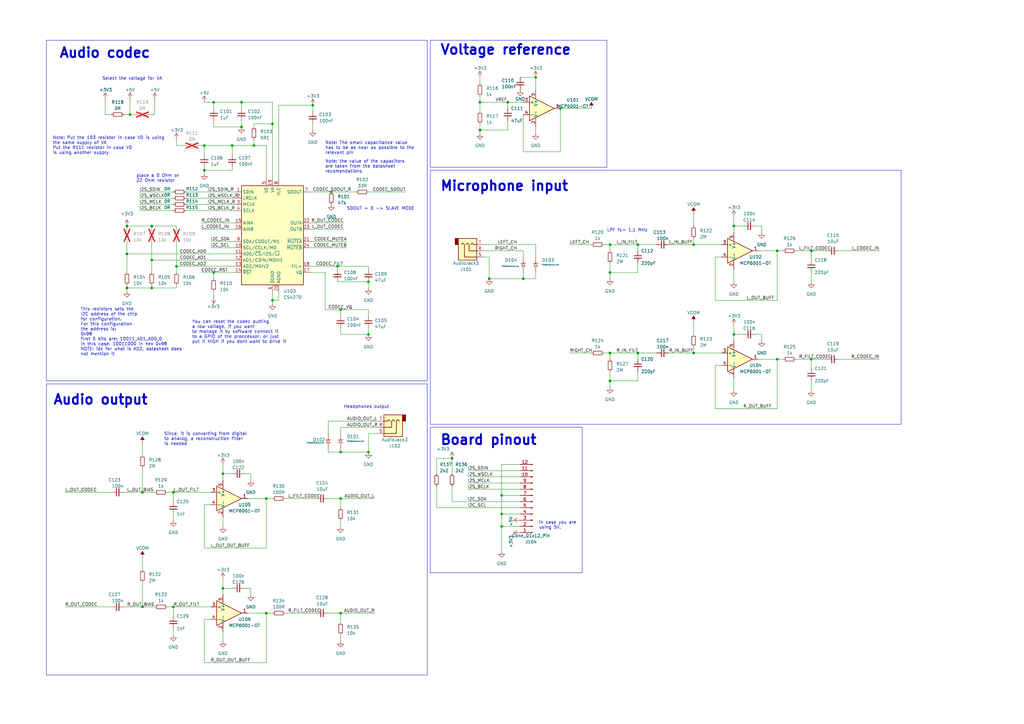
<source format=kicad_sch>
(kicad_sch (version 20230121) (generator eeschema)
  (paper "A3")
  (title_block (title "CS4270 Module") (date "2023-02-13") (rev "V1I1") (company "JDMC"))
  (lib_symbols
    (symbol "Amplifier_Operational:MCP6001-OT" (pin_names (offset 0.127))
      (property "Reference" "U" (at -1.27 6.35 0))
      (property "Value" "MCP6001-OT" (at -1.27 3.81 0))
      (symbol "MCP6001-OT_0_1"
        (pin power_in line (at -2.54 -7.62 90) (length 3.81) (name "V-") (number "2"))
        (pin power_in line (at -2.54 7.62 270) (length 3.81) (name "V+") (number "5"))
      )
      (symbol "MCP6001-OT_1_1"
        (pin output line (at 7.62 0 180) (length 2.54) (name "~") (number "1"))
        (pin input line (at -7.62 2.54 0) (length 2.54) (name "+") (number "3"))
        (pin input line (at -7.62 -2.54 0) (length 2.54) (name "-") (number "4"))
      )
    )
    (symbol "Audio:CS4270"
      (property "Reference" "U" (at -11.43 21.59 0))
      (property "Value" "CS4270" (at 8.89 21.59 0))
      (symbol "CS4270_1_0"
        (pin input line (at -15.24 17.78 0) (length 2.54) (name "SDIN") (number "1"))
        (pin input line (at -15.24 -5.08 0) (length 2.54) (name "SCL/CCLK/M0") (number "10"))
        (pin input line (at -15.24 -7.62 0) (length 2.54) (name "AD0/~{CS}/I2S/~{LJ}") (number "11"))
        (pin input line (at -15.24 -10.16 0) (length 2.54) (name "AD1/CDIN/MDIV1") (number "12"))
        (pin input line (at -15.24 -12.7 0) (length 2.54) (name "AD2/MDIV2") (number "13"))
        (pin input line (at -15.24 -15.24 0) (length 2.54) (name "~{RST}") (number "14"))
        (pin input line (at -15.24 5.08 0) (length 2.54) (name "AINA") (number "15"))
        (pin input line (at -15.24 2.54 0) (length 2.54) (name "AINB") (number "16"))
        (pin passive line (at 15.24 -15.24 180) (length 2.54) (name "VQ") (number "17"))
        (pin passive line (at 15.24 -12.7 180) (length 2.54) (name "FIL+") (number "18"))
        (pin power_in line (at 0 22.86 270) (length 2.54) (name "VA") (number "19"))
        (pin bidirectional line (at -15.24 15.24 0) (length 2.54) (name "LRCLK") (number "2"))
        (pin power_in line (at 2.54 -22.86 90) (length 2.54) (name "AGND") (number "20"))
        (pin input line (at 15.24 -2.54 180) (length 2.54) (name "~{MUTEA}") (number "21"))
        (pin output line (at 15.24 5.08 180) (length 2.54) (name "OUTA") (number "22"))
        (pin output line (at 15.24 2.54 180) (length 2.54) (name "OUTB") (number "23"))
        (pin input line (at 15.24 -5.08 180) (length 2.54) (name "~{MUTEB}") (number "24"))
        (pin input line (at -15.24 12.7 0) (length 2.54) (name "MCLK") (number "3"))
        (pin bidirectional line (at -15.24 10.16 0) (length 2.54) (name "SCLK") (number "4"))
        (pin power_in line (at -2.54 22.86 270) (length 2.54) (name "VD") (number "5"))
        (pin power_in line (at 0 -22.86 90) (length 2.54) (name "DGND") (number "6"))
        (pin output line (at 15.24 17.78 180) (length 2.54) (name "SDOUT") (number "7"))
        (pin power_in line (at 2.54 22.86 270) (length 2.54) (name "VLC") (number "8"))
        (pin bidirectional line (at -15.24 -2.54 0) (length 2.54) (name "SDA/CDOUT/M1") (number "9"))
      )
    )
    (symbol "Connector:Conn_01x12_Pin" (pin_names (offset 1.016) hide)
      (property "Reference" "J" (at 0 15.24 0))
      (property "Value" "Conn_01x12_Pin" (at 0 -17.78 0))
      (symbol "Conn_01x12_Pin_1_1"
        (pin passive line (at 5.08 12.7 180) (length 3.81) (name "Pin_1") (number "1"))
        (pin passive line (at 5.08 -10.16 180) (length 3.81) (name "Pin_10") (number "10"))
        (pin passive line (at 5.08 -12.7 180) (length 3.81) (name "Pin_11") (number "11"))
        (pin passive line (at 5.08 -15.24 180) (length 3.81) (name "Pin_12") (number "12"))
        (pin passive line (at 5.08 10.16 180) (length 3.81) (name "Pin_2") (number "2"))
        (pin passive line (at 5.08 7.62 180) (length 3.81) (name "Pin_3") (number "3"))
        (pin passive line (at 5.08 5.08 180) (length 3.81) (name "Pin_4") (number "4"))
        (pin passive line (at 5.08 2.54 180) (length 3.81) (name "Pin_5") (number "5"))
        (pin passive line (at 5.08 0 180) (length 3.81) (name "Pin_6") (number "6"))
        (pin passive line (at 5.08 -2.54 180) (length 3.81) (name "Pin_7") (number "7"))
        (pin passive line (at 5.08 -5.08 180) (length 3.81) (name "Pin_8") (number "8"))
        (pin passive line (at 5.08 -7.62 180) (length 3.81) (name "Pin_9") (number "9"))
      )
    )
    (symbol "Connector_Audio:AudioJack3"
      (property "Reference" "J" (at 0 8.89 0))
      (property "Value" "AudioJack3" (at 0 6.35 0))
      (symbol "AudioJack3_1_1"
        (pin passive line (at 5.08 0 180) (length 2.54) (name "~") (number "R"))
        (pin passive line (at 5.08 2.54 180) (length 2.54) (name "~") (number "S"))
        (pin passive line (at 5.08 -2.54 180) (length 2.54) (name "~") (number "T"))
      )
    )
    (symbol "Custom_JDMC:PESD3V3U1UA,115"
      (property "Reference" "D" (at 0 3.81 0))
      (property "Value" "PESD3V3U1UA,115" (at 0 2.54 0))
      (symbol "PESD3V3U1UA,115_0_0"
        (pin passive line (at -3.81 0 0) (length 2.54) (name "K") (number "1"))
        (pin passive line (at 2.54 0 180) (length 2.54) (name "A") (number "2"))
      )
    )
    (symbol "Device:C_Small" (pin_numbers hide) (pin_names (offset 0.254) hide)
      (property "Reference" "C" (at 0.254 1.778 0))
      (property "Value" "C_Small" (at 0.254 -2.032 0))
      (symbol "C_Small_1_1"
        (pin passive line (at 0 2.54 270) (length 2.032) (name "~") (number "1"))
        (pin passive line (at 0 -2.54 90) (length 2.032) (name "~") (number "2"))
      )
    )
    (symbol "Device:R_Small" (pin_numbers hide) (pin_names (offset 0.254) hide)
      (property "Reference" "R" (at 0.762 0.508 0))
      (property "Value" "R_Small" (at 0.762 -1.016 0))
      (symbol "R_Small_1_1"
        (pin passive line (at 0 2.54 270) (length 0.762) (name "~") (number "1"))
        (pin passive line (at 0 -2.54 90) (length 0.762) (name "~") (number "2"))
      )
    )
    (symbol "GND_1" (power) (pin_names (offset 0))
      (property "Value" "GND_1" (at 0 -3.81 0))
      (symbol "GND_1_1_1"
        (pin power_in line (at 0 0 270) (length 0) hide (name "GND") (number "1"))
      )
    )
    (symbol "GND_2" (power) (pin_names (offset 0))
      (property "Value" "GND_2" (at 0 -3.81 0))
      (symbol "GND_2_1_1"
        (pin power_in line (at 0 0 270) (length 0) hide (name "GND") (number "1"))
      )
    )
    (symbol "power:+3.3V" (power) (pin_names (offset 0))
      (property "Value" "+3.3V" (at 0 3.556 0))
      (symbol "+3.3V_1_1"
        (pin power_in line (at 0 0 90) (length 0) hide (name "+3V3") (number "1"))
      )
    )
    (symbol "power:+5V" (power) (pin_names (offset 0))
      (property "Value" "+5V" (at 0 3.556 0))
      (symbol "+5V_1_1"
        (pin power_in line (at 0 0 90) (length 0) hide (name "+5V") (number "1"))
      )
    )
    (symbol "power:GND" (power) (pin_names (offset 0))
      (property "Value" "GND" (at 0 -3.81 0))
      (symbol "GND_1_1"
        (pin power_in line (at 0 0 270) (length 0) hide (name "GND") (number "1"))
      )
    )
    (symbol "power:VCOM" (power) (pin_names (offset 0))
      (property "Value" "VCOM" (at 0 3.81 0))
      (symbol "VCOM_1_1"
        (pin power_in line (at 0 0 90) (length 0) hide (name "VCOM") (number "1"))
      )
    )
  )
  (junction (at 300.99 92.71))
  (junction (at 151.13 137.16))
  (junction (at 109.22 251.46))
  (junction (at 99.06 52.07))
  (junction (at 52.07 92.71))
  (junction (at 214.63 114.3))
  (junction (at 58.42 201.93))
  (junction (at 62.23 106.68))
  (junction (at 53.34 46.99))
  (junction (at 58.42 248.92))
  (junction (at 318.77 147.32))
  (junction (at 52.07 104.14))
  (junction (at 71.12 201.93))
  (junction (at 332.74 102.87))
  (junction (at 71.12 248.92))
  (junction (at 87.63 111.76))
  (junction (at 250.19 111.76))
  (junction (at 205.74 203.2))
  (junction (at 135.89 78.74))
  (junction (at 284.48 144.78))
  (junction (at 300.99 137.16))
  (junction (at 95.25 59.69))
  (junction (at 208.28 41.91))
  (junction (at 139.7 127))
  (junction (at 91.44 241.3))
  (junction (at 205.74 215.9))
  (junction (at 128.27 43.18))
  (junction (at 261.62 144.78))
  (junction (at 139.7 204.47))
  (junction (at 332.74 147.32))
  (junction (at 83.82 59.69))
  (junction (at 139.7 185.42))
  (junction (at 72.39 109.22))
  (junction (at 91.44 194.31))
  (junction (at 62.23 118.11))
  (junction (at 111.76 50.8))
  (junction (at 219.71 31.75))
  (junction (at 185.42 187.96))
  (junction (at 250.19 144.78))
  (junction (at 87.63 41.91))
  (junction (at 284.48 100.33))
  (junction (at 318.77 102.87))
  (junction (at 196.85 53.34))
  (junction (at 104.14 59.69))
  (junction (at 83.82 69.85))
  (junction (at 62.23 92.71))
  (junction (at 151.13 115.57))
  (junction (at 250.19 100.33))
  (junction (at 229.87 44.45))
  (junction (at 151.13 185.42))
  (junction (at 52.07 118.11))
  (junction (at 99.06 41.91))
  (junction (at 200.66 114.3))
  (junction (at 196.85 41.91))
  (junction (at 109.22 204.47))
  (junction (at 138.43 109.22))
  (junction (at 205.74 210.82))
  (junction (at 111.76 123.19))
  (junction (at 250.19 156.21))
  (junction (at 261.62 100.33))
  (junction (at 139.7 251.46))
  (wire (pts (xy 52.07 104.14) (xy 52.07 111.76)))
  (wire (pts (xy 53.34 46.99) (xy 55.88 46.99)))
  (wire (pts (xy 62.23 92.71) (xy 62.23 93.98)))
  (wire (pts (xy 134.62 184.15) (xy 134.62 185.42)))
  (wire (pts (xy 332.74 147.32) (xy 332.74 151.13)))
  (wire (pts (xy 83.82 59.69) (xy 83.82 63.5)))
  (wire (pts (xy 179.07 187.96) (xy 185.42 187.96)))
  (wire (pts (xy 62.23 99.06) (xy 62.23 106.68)))
  (wire (pts (xy 87.63 41.91) (xy 99.06 41.91)))
  (wire (pts (xy 58.42 181.61) (xy 58.42 186.69)))
  (wire (pts (xy 326.39 102.87) (xy 332.74 102.87)))
  (wire (pts (xy 208.28 41.91) (xy 214.63 41.91)))
  (wire (pts (xy 87.63 49.53) (xy 87.63 52.07)))
  (wire (pts (xy 295.91 105.41) (xy 293.37 105.41)))
  (wire (pts (xy 213.36 190.5) (xy 205.74 190.5)))
  (wire (pts (xy 71.12 248.92) (xy 71.12 252.73)))
  (wire (pts (xy 250.19 144.78) (xy 250.19 147.32)))
  (wire (pts (xy 109.22 73.66) (xy 109.22 59.69)))
  (wire (pts (xy 87.63 44.45) (xy 87.63 41.91)))
  (polyline (pts (xy 176.53 16.51) (xy 248.92 16.51)))
  (wire (pts (xy 247.65 100.33) (xy 250.19 100.33)))
  (wire (pts (xy 72.39 57.15) (xy 72.39 59.69)))
  (wire (pts (xy 312.42 95.25) (xy 312.42 92.71)))
  (wire (pts (xy 57.15 81.28) (xy 71.12 81.28)))
  (wire (pts (xy 139.7 127) (xy 151.13 127)))
  (wire (pts (xy 205.74 210.82) (xy 205.74 215.9)))
  (polyline (pts (xy 19.05 276.86) (xy 172.72 276.86)))
  (wire (pts (xy 318.77 102.87) (xy 311.15 102.87)))
  (wire (pts (xy 284.48 144.78) (xy 295.91 144.78)))
  (wire (pts (xy 214.63 62.23) (xy 229.87 62.23)))
  (wire (pts (xy 332.74 147.32) (xy 339.09 147.32)))
  (wire (pts (xy 86.36 254) (xy 83.82 254)))
  (wire (pts (xy 274.32 100.33) (xy 284.48 100.33)))
  (wire (pts (xy 135.89 78.74) (xy 146.05 78.74)))
  (polyline (pts (xy 238.76 175.26) (xy 238.76 234.95)))
  (wire (pts (xy 214.63 46.99) (xy 214.63 62.23)))
  (wire (pts (xy 208.28 49.53) (xy 208.28 53.34)))
  (wire (pts (xy 116.84 204.47) (xy 129.54 204.47)))
  (wire (pts (xy 63.5 46.99) (xy 63.5 40.64)))
  (wire (pts (xy 96.52 109.22) (xy 72.39 109.22)))
  (wire (pts (xy 111.76 119.38) (xy 111.76 123.19)))
  (wire (pts (xy 91.44 194.31) (xy 95.25 194.31)))
  (wire (pts (xy 208.28 41.91) (xy 208.28 44.45)))
  (wire (pts (xy 86.36 207.01) (xy 83.82 207.01)))
  (wire (pts (xy 86.36 101.6) (xy 96.52 101.6)))
  (wire (pts (xy 214.63 105.41) (xy 214.63 102.87)))
  (wire (pts (xy 196.85 31.75) (xy 196.85 34.29)))
  (wire (pts (xy 300.99 110.49) (xy 300.99 115.57)))
  (wire (pts (xy 52.07 92.71) (xy 62.23 92.71)))
  (wire (pts (xy 250.19 144.78) (xy 261.62 144.78)))
  (wire (pts (xy 72.39 59.69) (xy 76.2 59.69)))
  (wire (pts (xy 196.85 50.8) (xy 196.85 53.34)))
  (polyline (pts (xy 175.26 276.86) (xy 175.26 157.48)))
  (wire (pts (xy 91.44 259.08) (xy 91.44 262.89)))
  (wire (pts (xy 229.87 44.45) (xy 229.87 62.23)))
  (wire (pts (xy 127 78.74) (xy 135.89 78.74)))
  (wire (pts (xy 139.7 251.46) (xy 153.67 251.46)))
  (wire (pts (xy 312.42 139.7) (xy 312.42 137.16)))
  (wire (pts (xy 300.99 92.71) (xy 300.99 95.25)))
  (wire (pts (xy 109.22 271.78) (xy 109.22 251.46)))
  (wire (pts (xy 318.77 147.32) (xy 311.15 147.32)))
  (wire (pts (xy 332.74 156.21) (xy 332.74 160.02)))
  (wire (pts (xy 99.06 49.53) (xy 99.06 52.07)))
  (wire (pts (xy 191.77 195.58) (xy 213.36 195.58)))
  (wire (pts (xy 134.62 204.47) (xy 139.7 204.47)))
  (wire (pts (xy 151.13 115.57) (xy 151.13 118.11)))
  (wire (pts (xy 134.62 177.8) (xy 134.62 172.72)))
  (wire (pts (xy 191.77 200.66) (xy 213.36 200.66)))
  (wire (pts (xy 104.14 59.69) (xy 95.25 59.69)))
  (wire (pts (xy 219.71 114.3) (xy 214.63 114.3)))
  (wire (pts (xy 58.42 201.93) (xy 63.5 201.93)))
  (wire (pts (xy 318.77 123.19) (xy 318.77 102.87)))
  (wire (pts (xy 196.85 41.91) (xy 196.85 45.72)))
  (wire (pts (xy 52.07 104.14) (xy 96.52 104.14)))
  (wire (pts (xy 50.8 201.93) (xy 58.42 201.93)))
  (wire (pts (xy 43.18 46.99) (xy 45.72 46.99)))
  (wire (pts (xy 247.65 144.78) (xy 250.19 144.78)))
  (wire (pts (xy 62.23 92.71) (xy 72.39 92.71)))
  (wire (pts (xy 82.55 111.76) (xy 87.63 111.76)))
  (wire (pts (xy 214.63 111.76) (xy 214.63 114.3)))
  (wire (pts (xy 127 93.98) (xy 140.97 93.98)))
  (wire (pts (xy 104.14 50.8) (xy 111.76 50.8)))
  (wire (pts (xy 250.19 100.33) (xy 250.19 102.87)))
  (wire (pts (xy 261.62 144.78) (xy 261.62 147.32)))
  (wire (pts (xy 214.63 114.3) (xy 200.66 114.3)))
  (wire (pts (xy 71.12 210.82) (xy 71.12 213.36)))
  (wire (pts (xy 83.82 68.58) (xy 83.82 69.85)))
  (wire (pts (xy 104.14 52.07) (xy 104.14 50.8)))
  (polyline (pts (xy 176.53 175.26) (xy 238.76 175.26)))
  (wire (pts (xy 62.23 106.68) (xy 62.23 111.76)))
  (wire (pts (xy 134.62 172.72) (xy 154.94 172.72)))
  (wire (pts (xy 261.62 107.95) (xy 261.62 111.76)))
  (wire (pts (xy 196.85 41.91) (xy 208.28 41.91)))
  (wire (pts (xy 300.99 88.9) (xy 300.99 92.71)))
  (wire (pts (xy 151.13 78.74) (xy 166.37 78.74)))
  (wire (pts (xy 26.67 248.92) (xy 45.72 248.92)))
  (wire (pts (xy 300.99 137.16) (xy 300.99 139.7)))
  (wire (pts (xy 83.82 254) (xy 83.82 271.78)))
  (wire (pts (xy 127 99.06) (xy 142.24 99.06)))
  (wire (pts (xy 200.66 105.41) (xy 200.66 114.3)))
  (wire (pts (xy 213.36 31.75) (xy 219.71 31.75)))
  (wire (pts (xy 154.94 177.8) (xy 151.13 177.8)))
  (wire (pts (xy 50.8 248.92) (xy 58.42 248.92)))
  (wire (pts (xy 139.7 213.36) (xy 139.7 215.9)))
  (wire (pts (xy 318.77 102.87) (xy 321.31 102.87)))
  (polyline (pts (xy 176.53 175.26) (xy 176.53 234.95)))
  (wire (pts (xy 191.77 198.12) (xy 213.36 198.12)))
  (wire (pts (xy 53.34 46.99) (xy 53.34 40.64)))
  (wire (pts (xy 83.82 69.85) (xy 83.82 71.12)))
  (wire (pts (xy 205.74 190.5) (xy 205.74 203.2)))
  (wire (pts (xy 43.18 40.64) (xy 43.18 46.99)))
  (wire (pts (xy 312.42 92.71) (xy 309.88 92.71)))
  (wire (pts (xy 109.22 224.79) (xy 109.22 204.47)))
  (wire (pts (xy 344.17 102.87) (xy 360.68 102.87)))
  (wire (pts (xy 72.39 92.71) (xy 72.39 93.98)))
  (wire (pts (xy 76.2 86.36) (xy 96.52 86.36)))
  (wire (pts (xy 205.74 203.2) (xy 205.74 210.82)))
  (polyline (pts (xy 19.05 156.21) (xy 175.26 156.21)))
  (wire (pts (xy 293.37 105.41) (xy 293.37 123.19)))
  (wire (pts (xy 26.67 201.93) (xy 45.72 201.93)))
  (wire (pts (xy 208.28 53.34) (xy 196.85 53.34)))
  (wire (pts (xy 332.74 111.76) (xy 332.74 115.57)))
  (wire (pts (xy 91.44 241.3) (xy 91.44 243.84)))
  (wire (pts (xy 83.82 271.78) (xy 109.22 271.78)))
  (wire (pts (xy 185.42 187.96) (xy 185.42 194.31)))
  (wire (pts (xy 52.07 99.06) (xy 52.07 104.14)))
  (wire (pts (xy 127 109.22) (xy 138.43 109.22)))
  (wire (pts (xy 284.48 100.33) (xy 295.91 100.33)))
  (polyline (pts (xy 248.92 16.51) (xy 248.92 68.58)))
  (wire (pts (xy 58.42 191.77) (xy 58.42 201.93)))
  (wire (pts (xy 58.42 248.92) (xy 63.5 248.92)))
  (wire (pts (xy 76.2 78.74) (xy 96.52 78.74)))
  (wire (pts (xy 109.22 59.69) (xy 104.14 59.69)))
  (wire (pts (xy 95.25 59.69) (xy 83.82 59.69)))
  (wire (pts (xy 185.42 205.74) (xy 213.36 205.74)))
  (wire (pts (xy 139.7 204.47) (xy 139.7 208.28)))
  (wire (pts (xy 57.15 78.74) (xy 71.12 78.74)))
  (wire (pts (xy 198.12 105.41) (xy 200.66 105.41)))
  (wire (pts (xy 71.12 201.93) (xy 86.36 201.93)))
  (wire (pts (xy 300.99 92.71) (xy 304.8 92.71)))
  (wire (pts (xy 52.07 118.11) (xy 52.07 119.38)))
  (wire (pts (xy 72.39 118.11) (xy 62.23 118.11)))
  (wire (pts (xy 332.74 102.87) (xy 332.74 106.68)))
  (wire (pts (xy 300.99 133.35) (xy 300.99 137.16)))
  (wire (pts (xy 326.39 147.32) (xy 332.74 147.32)))
  (wire (pts (xy 58.42 228.6) (xy 58.42 233.68)))
  (wire (pts (xy 139.7 137.16) (xy 151.13 137.16)))
  (wire (pts (xy 191.77 193.04) (xy 213.36 193.04)))
  (wire (pts (xy 261.62 111.76) (xy 250.19 111.76)))
  (wire (pts (xy 50.8 46.99) (xy 53.34 46.99)))
  (wire (pts (xy 91.44 194.31) (xy 91.44 196.85)))
  (wire (pts (xy 102.87 196.85) (xy 102.87 194.31)))
  (polyline (pts (xy 176.53 69.85) (xy 369.57 69.85)))
  (wire (pts (xy 229.87 44.45) (xy 242.57 44.45)))
  (wire (pts (xy 219.71 100.33) (xy 219.71 105.41)))
  (wire (pts (xy 114.3 73.66) (xy 114.3 43.18)))
  (wire (pts (xy 111.76 73.66) (xy 111.76 50.8)))
  (wire (pts (xy 104.14 57.15) (xy 104.14 59.69)))
  (wire (pts (xy 127 101.6) (xy 142.24 101.6)))
  (polyline (pts (xy 172.72 276.86) (xy 175.26 276.86)))
  (wire (pts (xy 128.27 43.18) (xy 128.27 45.72)))
  (wire (pts (xy 127 91.44) (xy 140.97 91.44)))
  (wire (pts (xy 58.42 238.76) (xy 58.42 248.92)))
  (polyline (pts (xy 176.53 69.85) (xy 176.53 173.99)))
  (wire (pts (xy 139.7 127) (xy 139.7 129.54)))
  (wire (pts (xy 87.63 111.76) (xy 87.63 114.3)))
  (wire (pts (xy 109.22 204.47) (xy 111.76 204.47)))
  (wire (pts (xy 139.7 177.8) (xy 139.7 175.26)))
  (wire (pts (xy 250.19 100.33) (xy 261.62 100.33)))
  (wire (pts (xy 83.82 41.91) (xy 87.63 41.91)))
  (wire (pts (xy 87.63 119.38) (xy 87.63 121.92)))
  (wire (pts (xy 284.48 97.79) (xy 284.48 100.33)))
  (wire (pts (xy 52.07 118.11) (xy 62.23 118.11)))
  (wire (pts (xy 185.42 205.74) (xy 185.42 199.39)))
  (wire (pts (xy 196.85 39.37) (xy 196.85 41.91)))
  (wire (pts (xy 86.36 99.06) (xy 96.52 99.06)))
  (wire (pts (xy 76.2 81.28) (xy 96.52 81.28)))
  (wire (pts (xy 261.62 156.21) (xy 250.19 156.21)))
  (wire (pts (xy 205.74 215.9) (xy 213.36 215.9)))
  (wire (pts (xy 318.77 147.32) (xy 321.31 147.32)))
  (wire (pts (xy 284.48 87.63) (xy 284.48 92.71)))
  (wire (pts (xy 139.7 185.42) (xy 151.13 185.42)))
  (wire (pts (xy 293.37 123.19) (xy 318.77 123.19)))
  (wire (pts (xy 52.07 92.71) (xy 52.07 93.98)))
  (wire (pts (xy 233.68 144.78) (xy 242.57 144.78)))
  (wire (pts (xy 91.44 237.49) (xy 91.44 241.3)))
  (polyline (pts (xy 19.05 157.48) (xy 19.05 276.86)))
  (wire (pts (xy 139.7 204.47) (xy 153.67 204.47)))
  (wire (pts (xy 87.63 52.07) (xy 99.06 52.07)))
  (polyline (pts (xy 238.76 234.95) (xy 176.53 234.95)))
  (wire (pts (xy 250.19 156.21) (xy 250.19 158.75)))
  (wire (pts (xy 196.85 53.34) (xy 196.85 54.61)))
  (wire (pts (xy 233.68 100.33) (xy 242.57 100.33)))
  (wire (pts (xy 95.25 68.58) (xy 95.25 69.85)))
  (wire (pts (xy 81.28 59.69) (xy 83.82 59.69)))
  (wire (pts (xy 83.82 207.01) (xy 83.82 224.79)))
  (wire (pts (xy 60.96 46.99) (xy 63.5 46.99)))
  (wire (pts (xy 133.35 127) (xy 139.7 127)))
  (wire (pts (xy 293.37 149.86) (xy 293.37 167.64)))
  (polyline (pts (xy 176.53 16.51) (xy 176.53 68.58)))
  (wire (pts (xy 114.3 119.38) (xy 114.3 123.19)))
  (wire (pts (xy 111.76 123.19) (xy 111.76 124.46)))
  (wire (pts (xy 300.99 137.16) (xy 304.8 137.16)))
  (wire (pts (xy 179.07 208.28) (xy 179.07 199.39)))
  (polyline (pts (xy 19.05 156.21) (xy 19.05 16.51)))
  (wire (pts (xy 114.3 123.19) (xy 111.76 123.19)))
  (wire (pts (xy 284.48 142.24) (xy 284.48 144.78)))
  (wire (pts (xy 198.12 100.33) (xy 219.71 100.33)))
  (wire (pts (xy 139.7 251.46) (xy 139.7 255.27)))
  (wire (pts (xy 91.44 241.3) (xy 95.25 241.3)))
  (wire (pts (xy 72.39 116.84) (xy 72.39 118.11)))
  (wire (pts (xy 250.19 111.76) (xy 250.19 114.3)))
  (wire (pts (xy 332.74 102.87) (xy 339.09 102.87)))
  (wire (pts (xy 71.12 257.81) (xy 71.12 260.35)))
  (wire (pts (xy 82.55 91.44) (xy 96.52 91.44)))
  (wire (pts (xy 91.44 190.5) (xy 91.44 194.31)))
  (wire (pts (xy 102.87 194.31) (xy 100.33 194.31)))
  (wire (pts (xy 139.7 134.62) (xy 139.7 137.16)))
  (wire (pts (xy 68.58 201.93) (xy 71.12 201.93)))
  (wire (pts (xy 138.43 109.22) (xy 151.13 109.22)))
  (wire (pts (xy 179.07 208.28) (xy 213.36 208.28)))
  (wire (pts (xy 284.48 132.08) (xy 284.48 137.16)))
  (wire (pts (xy 102.87 243.84) (xy 102.87 241.3)))
  (wire (pts (xy 109.22 251.46) (xy 111.76 251.46)))
  (wire (pts (xy 99.06 41.91) (xy 111.76 41.91)))
  (wire (pts (xy 68.58 248.92) (xy 71.12 248.92)))
  (wire (pts (xy 205.74 215.9) (xy 205.74 226.06)))
  (wire (pts (xy 72.39 109.22) (xy 72.39 111.76)))
  (wire (pts (xy 213.36 203.2) (xy 205.74 203.2)))
  (polyline (pts (xy 19.05 157.48) (xy 175.26 157.48)))
  (wire (pts (xy 99.06 41.91) (xy 99.06 44.45)))
  (polyline (pts (xy 369.57 69.85) (xy 369.57 173.99)))
  (wire (pts (xy 52.07 116.84) (xy 52.07 118.11)))
  (wire (pts (xy 62.23 116.84) (xy 62.23 118.11)))
  (wire (pts (xy 134.62 251.46) (xy 139.7 251.46)))
  (wire (pts (xy 179.07 194.31) (xy 179.07 187.96)))
  (wire (pts (xy 151.13 134.62) (xy 151.13 137.16)))
  (wire (pts (xy 138.43 109.22) (xy 138.43 110.49)))
  (wire (pts (xy 139.7 184.15) (xy 139.7 185.42)))
  (wire (pts (xy 250.19 107.95) (xy 250.19 111.76)))
  (wire (pts (xy 57.15 83.82) (xy 71.12 83.82)))
  (wire (pts (xy 219.71 111.76) (xy 219.71 114.3)))
  (wire (pts (xy 139.7 175.26) (xy 154.94 175.26)))
  (wire (pts (xy 83.82 224.79) (xy 109.22 224.79)))
  (wire (pts (xy 87.63 111.76) (xy 96.52 111.76)))
  (wire (pts (xy 213.36 210.82) (xy 205.74 210.82)))
  (wire (pts (xy 116.84 251.46) (xy 129.54 251.46)))
  (wire (pts (xy 82.55 93.98) (xy 96.52 93.98)))
  (wire (pts (xy 95.25 59.69) (xy 95.25 63.5)))
  (wire (pts (xy 91.44 212.09) (xy 91.44 215.9)))
  (wire (pts (xy 114.3 43.18) (xy 128.27 43.18)))
  (wire (pts (xy 261.62 100.33) (xy 261.62 102.87)))
  (wire (pts (xy 109.22 251.46) (xy 101.6 251.46)))
  (wire (pts (xy 318.77 167.64) (xy 318.77 147.32)))
  (wire (pts (xy 151.13 127) (xy 151.13 129.54)))
  (wire (pts (xy 151.13 177.8) (xy 151.13 185.42)))
  (polyline (pts (xy 248.92 68.58) (xy 176.53 68.58)))
  (wire (pts (xy 62.23 106.68) (xy 96.52 106.68)))
  (wire (pts (xy 261.62 100.33) (xy 269.24 100.33)))
  (wire (pts (xy 57.15 86.36) (xy 71.12 86.36)))
  (wire (pts (xy 344.17 147.32) (xy 360.68 147.32)))
  (wire (pts (xy 295.91 149.86) (xy 293.37 149.86)))
  (wire (pts (xy 219.71 31.75) (xy 219.71 36.83)))
  (wire (pts (xy 261.62 152.4) (xy 261.62 156.21)))
  (wire (pts (xy 76.2 83.82) (xy 96.52 83.82)))
  (wire (pts (xy 128.27 50.8) (xy 128.27 53.34)))
  (wire (pts (xy 312.42 137.16) (xy 309.88 137.16)))
  (wire (pts (xy 198.12 102.87) (xy 214.63 102.87)))
  (polyline (pts (xy 19.05 16.51) (xy 175.26 16.51)))
  (wire (pts (xy 151.13 109.22) (xy 151.13 110.49)))
  (wire (pts (xy 111.76 50.8) (xy 111.76 41.91)))
  (wire (pts (xy 134.62 185.42) (xy 139.7 185.42)))
  (wire (pts (xy 274.32 144.78) (xy 284.48 144.78)))
  (wire (pts (xy 219.71 52.07) (xy 219.71 54.61)))
  (wire (pts (xy 71.12 248.92) (xy 86.36 248.92)))
  (wire (pts (xy 109.22 204.47) (xy 101.6 204.47)))
  (wire (pts (xy 139.7 260.35) (xy 139.7 262.89)))
  (wire (pts (xy 300.99 154.94) (xy 300.99 160.02)))
  (polyline (pts (xy 175.26 16.51) (xy 175.26 156.21)))
  (wire (pts (xy 293.37 167.64) (xy 318.77 167.64)))
  (wire (pts (xy 261.62 144.78) (xy 269.24 144.78)))
  (wire (pts (xy 95.25 69.85) (xy 83.82 69.85)))
  (wire (pts (xy 102.87 241.3) (xy 100.33 241.3)))
  (wire (pts (xy 127 111.76) (xy 133.35 111.76)))
  (polyline (pts (xy 369.57 173.99) (xy 176.53 173.99)))
  (wire (pts (xy 250.19 152.4) (xy 250.19 156.21)))
  (wire (pts (xy 138.43 115.57) (xy 151.13 115.57)))
  (wire (pts (xy 133.35 111.76) (xy 133.35 127)))
  (wire (pts (xy 71.12 201.93) (xy 71.12 205.74)))
  (wire (pts (xy 72.39 99.06) (xy 72.39 109.22)))
  (text "Audio output" (at 21.59 166.37 0) (effects (font (size 4 4) (thickness 0.8) bold) (justify left bottom)))
  (text "SDOUT = 0 -> SLAVE MODE" (at 142.24 86.36 0) (effects (font (size 1.27 1.27)) (justify left bottom)))
  (text "You can reset the codec putting\na low voltage, if you want\nto manage it by software connect it\nto a GPIO of the proccessor, or just\nput it HIGH if you dont want to drive it" (at 78.74 140.97 0) (effects (font (size 1.27 1.27)) (justify left bottom)))
  (text "LPF fc= 1.1 MHz" (at 248.92 95.25 0) (effects (font (size 1.27 1.27)) (justify left bottom)))
  (text "Headphones output" (at 140.97 167.64 0) (effects (font (size 1.27 1.27)) (justify left bottom)))
  (text "Since, it is converting from digital\nto analog, a reconstruction filter\nis needed" (at 67.31 182.88 0) (effects (font (size 1.27 1.27)) (justify left bottom)))
  (text "Note: The small capacitance value\nhas to be as near as possible to the\nrelevant pin" (at 133.35 63.5 0) (effects (font (size 1.27 1.27)) (justify left bottom)))
  (text "Voltage reference" (at 180.34 22.86 0) (effects (font (size 4 4) (thickness 0.8) bold) (justify left bottom)))
  (text "place a 0 Ohm or\n22 Ohm resistor" (at 55.88 74.93 0) (effects (font (size 1.27 1.27)) (justify left bottom)))
  (text "in case you are\nusing 5V." (at 220.98 217.17 0) (effects (font (size 1.27 1.27)) (justify left bottom)))
  (text "Select the voltage for VA" (at 41.91 33.02 0) (effects (font (size 1.27 1.27)) (justify left bottom)))
  (text "Note: the value of the capacitors \nare taken from the datasheet\nrecomendations" (at 133.35 71.12 0) (effects (font (size 1.27 1.27)) (justify left bottom)))
  (text "Board pinout" (at 180.34 182.88 0) (effects (font (size 4 4) (thickness 0.8) bold) (justify left bottom)))
  (text "Audio codec" (at 24.13 24.13 0) (effects (font (size 4 4) (thickness 0.8) bold) (justify left bottom)))
  (text "Microphone input" (at 180.34 78.74 0) (effects (font (size 4 4) (thickness 0.8) bold) (justify left bottom)))
  (text "Note: Put the 103 resistor in case VD is using\nthe same supply of VA\nPut the R111 resistor in case VD\nis using another supply" (at 21.59 63.5 0) (effects (font (size 1.27 1.27)) (justify left bottom)))
  (text "This resistors sets the\nI2C address of the chip\nfor configuration. \nFor this configuration\nthe address is: \n0x98\nfirst 5 bits are: 10011_AD1_AD0_0\nin this case: 10011000 in hex 0x98\nNOTE: idk for what is AD2, datasheet does\nnot mention it" (at 33.02 146.05 0) (effects (font (size 1.27 1.27)) (justify left bottom)))
  (label "R_OUT_BIAS" (at 52.07 248.92 0))
  (label "CODEC_SDOUT_R" (at 128.27 78.74 0))
  (label "I2S_SDIN_R" (at 85.09 78.74 0))
  (label "L_OUT_CODEC" (at 26.67 201.93 0))
  (label "I2C_SCL" (at 86.36 101.6 0))
  (label "I2S_WSCLK" (at 57.15 81.28 0))
  (label "R_CODEC_IN" (at 82.55 91.44 0))
  (label "I2S_SDIN" (at 191.77 193.04 0))
  (label "AUDIO_OUT_L" (at 153.67 204.47 180))
  (label "LEFT_CH" (at 212.09 100.33 180))
  (label "CODEC_AD1" (at 73.66 106.68 0))
  (label "RIGHT_CH" (at 233.68 144.78 0))
  (label "R_OUT_CODEC" (at 26.67 248.92 0))
  (label "R_OUT_BUFF" (at 304.8 167.64 0))
  (label "I2S_WSCLK" (at 191.77 195.58 0))
  (label "R_OUT_CODEC" (at 140.97 91.44 180))
  (label "I2S_MCLK" (at 191.77 198.12 0))
  (label "I2S_SDIN" (at 57.15 78.74 0))
  (label "CODEC_VQ" (at 134.62 127 0))
  (label "L_IN_FILT" (at 252.73 100.33 0))
  (label "CODEC_AD2" (at 73.66 109.22 0))
  (label "CODEC_RST" (at 82.55 111.76 0))
  (label "CODEC_MUTEA" (at 142.24 99.06 180))
  (label "CODEC_MUTEB" (at 142.24 101.6 180))
  (label "L_OUT_CODEC" (at 140.97 93.98 180))
  (label "R_FILT_CODEC" (at 118.11 251.46 0))
  (label "RIGHT_CH" (at 212.09 102.87 180))
  (label "L_OUT_OUT_BUFF" (at 86.36 224.79 0))
  (label "CODEC_FILT" (at 129.54 109.22 0))
  (label "CODEC_AD0" (at 73.66 104.14 0))
  (label "R_CODEC_IN" (at 360.68 147.32 180))
  (label "AUDIO_OUT_R" (at 153.67 251.46 180))
  (label "I2C_SDA" (at 86.36 99.06 0))
  (label "I2S_BCLK" (at 191.77 200.66 0))
  (label "L_OUT_BIAS" (at 52.07 201.93 0))
  (label "CODEC_SDOUT" (at 166.37 78.74 180))
  (label "I2S_MCLK_R" (at 85.09 83.82 0))
  (label "L_OUT_FILT" (at 71.12 201.93 0))
  (label "AUDIO_OUT_R" (at 142.24 175.26 0))
  (label "I2C_SDA" (at 191.77 205.74 0))
  (label "R_OUT_FILT" (at 71.12 248.92 0))
  (label "I2S_MCLK" (at 57.15 83.82 0))
  (label "I2S_WSCLK_R" (at 85.09 81.28 0))
  (label "AUDIO_OUT_L" (at 142.24 172.72 0))
  (label "LEFT_CH" (at 233.68 100.33 0))
  (label "L_CODEC_IN" (at 360.68 102.87 180))
  (label "I2C_SCL" (at 191.77 208.28 0))
  (label "L_IN_BUFF" (at 274.32 100.33 0))
  (label "L_FILT_CODEC" (at 118.11 204.47 0))
  (label "L_FILT_CODEC" (at 327.66 102.87 0))
  (label "R_OUT_OUT_BUFF" (at 86.36 271.78 0))
  (label "I2S_BCLK_R" (at 85.09 86.36 0))
  (label "I2S_BCLK" (at 57.15 86.36 0))
  (label "VREF" (at 203.2 41.91 0))
  (label "R_IN_FILT" (at 252.73 144.78 0))
  (label "L_CODEC_IN" (at 82.55 93.98 0))
  (label "R_IN_BUFF" (at 274.32 144.78 0))
  (label "R_FILT_CODEC" (at 327.66 147.32 0))
  (label "L_OUT_BUFF" (at 306.07 123.19 0))
  (symbol (lib_id "Device:R_Small") (at 104.14 54.61 0) (unit 1)
    (property "Reference" "R103" (at 106.68 53.975 0) (effects (justify left)))
    (property "Value" "5R1" (at 106.68 56.515 0) (effects (justify left)))
  )
  (symbol (lib_id "Device:C_Small") (at 261.62 149.86 0) (unit 1)
    (property "Reference" "C120" (at 262.89 147.32 0) (effects (justify left)))
    (property "Value" "220pF" (at 262.89 152.4 0) (effects (justify left)))
  )
  (symbol (lib_id "power:GND") (at 102.87 196.85 0) (unit 1)
    (property "Reference" "#PWR0138" (effects hide))
    (property "Value" "GND" (at 102.87 201.93 0))
  )
  (symbol (lib_id "power:GND") (at 213.36 36.83 0) (unit 1)
    (property "Reference" "#PWR0119" (effects hide))
    (property "Value" "GND" (at 213.36 40.64 0))
  )
  (symbol (lib_id "power:GND") (at 151.13 137.16 0) (unit 1)
    (property "Reference" "#PWR0107" (effects hide))
    (property "Value" "GND" (at 151.13 142.24 0))
  )
  (symbol (lib_id "Device:C_Small") (at 332.74 153.67 0) (unit 1)
    (property "Reference" "C121" (at 334.01 151.13 0) (effects (justify left)))
    (property "Value" "220pF" (at 334.01 156.21 0) (effects (justify left)))
  )
  (symbol (lib_id "Device:C_Small") (at 138.43 113.03 0) (unit 1)
    (property "Reference" "C108" (at 140.97 111.7662 0) (effects (justify left)))
    (property "Value" "100nF" (at 140.97 114.3062 0) (effects (justify left)))
  )
  (symbol (lib_id "Device:C_Small") (at 48.26 248.92 90) (unit 1)
    (property "Reference" "C127" (at 49.53 243.84 90) (effects (justify left)))
    (property "Value" "100n" (at 50.8 246.38 90) (effects (justify left)))
  )
  (symbol (lib_id "Device:R_Small") (at 135.89 81.28 180) (unit 1)
    (property "Reference" "R101" (at 138.43 80.645 0) (effects (justify right)))
    (property "Value" "47k" (at 138.43 83.185 0) (effects (justify right)))
  )
  (symbol (lib_id "Device:C_Small") (at 213.36 34.29 0) (unit 1)
    (property "Reference" "C110" (at 205.74 33.02 0) (effects (justify left)))
    (property "Value" "100nF" (at 205.74 35.56 0) (effects (justify left)))
  )
  (symbol (lib_id "Device:C_Small") (at 95.25 66.04 0) (unit 1)
    (property "Reference" "C107" (at 97.79 64.7762 0) (effects (justify left)))
    (property "Value" "100nF" (at 97.79 67.3162 0) (effects (justify left)))
  )
  (symbol (lib_id "Device:R_Small") (at 62.23 114.3 0) (unit 1)
    (property "Reference" "R105" (at 64.77 113.665 0) (effects (justify left)))
    (property "Value" "10k" (at 64.77 116.205 0) (effects (justify left)))
  )
  (symbol (lib_id "Device:C_Small") (at 87.63 46.99 0) (unit 1)
    (property "Reference" "C101" (at 90.17 45.7262 0) (effects (justify left)))
    (property "Value" "1uF" (at 90.17 48.2662 0) (effects (justify left)))
  )
  (symbol (lib_id "power:GND") (at 250.19 114.3 0) (unit 1)
    (property "Reference" "#PWR0128" (effects hide))
    (property "Value" "GND" (at 250.19 119.38 0))
  )
  (symbol (lib_id "power:GND") (at 250.19 158.75 0) (unit 1)
    (property "Reference" "#PWR0132" (effects hide))
    (property "Value" "GND" (at 250.19 163.83 0))
  )
  (symbol (lib_id "power:GND") (at 300.99 160.02 0) (unit 1)
    (property "Reference" "#PWR0133" (effects hide))
    (property "Value" "GND" (at 300.99 165.1 0))
  )
  (symbol (lib_id "Amplifier_Operational:MCP6001-OT") (at 303.53 147.32 0) (unit 1)
    (property "Reference" "U104" (at 309.88 149.86 0))
    (property "Value" "MCP6001-OT" (at 309.88 152.4 0))
    (property "Footprint" "Package_TO_SOT_SMD:SOT-23-5" (effects hide))
    (property "Datasheet" "http://ww1.microchip.com/downloads/en/DeviceDoc/21733j.pdf" (effects hide))
  )
  (symbol (lib_id "Device:C_Small") (at 132.08 251.46 90) (unit 1)
    (property "Reference" "C128" (at 134.62 245.11 90) (effects (justify left)))
    (property "Value" "10uF" (at 134.62 247.65 90) (effects (justify left)))
  )
  (symbol (lib_name "GND_1") (lib_id "power:GND") (at 151.13 185.42 0) (unit 1)
    (property "Reference" "#PWR0148" (effects hide))
    (property "Value" "GND" (at 151.13 190.5 0))
  )
  (symbol (lib_id "Device:C_Small") (at 151.13 113.03 0) (unit 1)
    (property "Reference" "C109" (at 153.67 112.4013 0) (effects (justify left)))
    (property "Value" "47uF" (at 153.67 114.9413 0) (effects (justify left)))
  )
  (symbol (lib_name "GND_2") (lib_id "power:GND") (at 205.74 226.06 0) (unit 1)
    (property "Reference" "#PWR0149" (effects hide))
    (property "Value" "GND" (at 205.74 231.14 0))
  )
  (symbol (lib_id "power:GND") (at 312.42 139.7 0) (unit 1)
    (property "Reference" "#PWR0131" (effects hide))
    (property "Value" "GND" (at 312.42 144.78 0))
  )
  (symbol (lib_id "Device:C_Small") (at 132.08 204.47 90) (unit 1)
    (property "Reference" "C124" (at 134.62 198.12 90) (effects (justify left)))
    (property "Value" "10uF" (at 134.62 200.66 90) (effects (justify left)))
  )
  (symbol (lib_id "Custom_JDMC:PESD3V3U1UA,115") (at 214.63 109.22 270) (unit 1)
    (property "Reference" "D104" (at 207.01 106.68 90) (effects (justify left)))
    (property "Value" "PESD3V3U1UA,115" (at 205.74 109.22 90) (effects (font (size 0.5 0.5)) (justify left)))
  )
  (symbol (lib_id "power:GND") (at 332.74 115.57 0) (unit 1)
    (property "Reference" "#PWR0134" (effects hide))
    (property "Value" "GND" (at 332.74 120.65 0))
  )
  (symbol (lib_id "Device:R_Small") (at 139.7 210.82 0) (unit 1)
    (property "Reference" "R131" (at 142.24 210.185 0) (effects (justify left)))
    (property "Value" "10k" (at 142.24 212.725 0) (effects (justify left)))
  )
  (symbol (lib_id "Device:R_Small") (at 196.85 36.83 0) (unit 1)
    (property "Reference" "R116" (at 199.39 36.195 0) (effects (justify left)))
    (property "Value" "1k" (at 199.39 38.735 0) (effects (justify left)))
  )
  (symbol (lib_id "Device:R_Small") (at 284.48 139.7 0) (unit 1)
    (property "Reference" "R123" (at 287.02 139.065 0) (effects (justify left)))
    (property "Value" "2M" (at 287.02 141.605 0) (effects (justify left)))
  )
  (symbol (lib_id "Audio:CS4270") (at 111.76 96.52 0) (unit 1)
    (property "Reference" "U103" (at 116.2559 119.38 0) (effects (justify left)))
    (property "Value" "CS4270" (at 116.2559 121.92 0) (effects (justify left)))
    (property "Footprint" "Package_SO:TSSOP-24_4.4x7.8mm_P0.65mm" (effects hide))
    (property "Datasheet" "https://statics.cirrus.com/pubs/proDatasheet/CS4270_F1.pdf" (effects hide))
  )
  (symbol (lib_id "power:GND") (at 219.71 54.61 0) (unit 1)
    (property "Reference" "#PWR0117" (effects hide))
    (property "Value" "GND" (at 219.71 59.69 0))
  )
  (symbol (lib_id "Device:C_Small") (at 71.12 208.28 0) (unit 1)
    (property "Reference" "C125" (at 72.39 205.74 0) (effects (justify left)))
    (property "Value" "1nF" (at 72.39 210.82 0) (effects (justify left)))
  )
  (symbol (lib_id "Device:C_Small") (at 151.13 132.08 0) (unit 1)
    (property "Reference" "C105" (at 153.67 131.4513 0) (effects (justify left)))
    (property "Value" "47uF" (at 153.67 133.9913 0) (effects (justify left)))
  )
  (symbol (lib_id "Amplifier_Operational:MCP6001-OT") (at 93.98 204.47 0) (unit 1)
    (property "Reference" "U105" (at 100.33 207.01 0))
    (property "Value" "MCP6001-OT" (at 100.33 209.55 0))
    (property "Footprint" "Package_TO_SOT_SMD:SOT-23-5" (effects hide))
    (property "Datasheet" "http://ww1.microchip.com/downloads/en/DeviceDoc/21733j.pdf" (effects hide))
  )
  (symbol (lib_id "power:+3.3V") (at 91.44 190.5 0) (unit 1)
    (property "Reference" "#PWR0137" (effects hide))
    (property "Value" "+3.3V" (at 88.9 186.69 0) (effects (justify left)))
  )
  (symbol (lib_id "power:+5V") (at 213.36 213.36 90) (unit 1)
    (property "Reference" "#PWR0151" (effects hide))
    (property "Value" "+5V" (at 209.55 215.9 0) (effects (justify left)))
  )
  (symbol (lib_id "power:GND") (at 91.44 215.9 0) (unit 1)
    (property "Reference" "#PWR0140" (effects hide))
    (property "Value" "GND" (at 91.44 220.98 0))
  )
  (symbol (lib_id "Device:R_Small") (at 58.42 236.22 0) (unit 1)
    (property "Reference" "R132" (at 60.96 235.585 0) (effects (justify left)))
    (property "Value" "2M" (at 60.96 238.125 0) (effects (justify left)))
  )
  (symbol (lib_id "Device:R_Small") (at 73.66 78.74 90) (unit 1)
    (property "Reference" "R112" (at 78.74 77.47 90))
    (property "Value" "0R" (at 68.58 77.47 90))
  )
  (symbol (lib_id "power:+3.3V") (at 300.99 133.35 0) (unit 1)
    (property "Reference" "#PWR0130" (effects hide))
    (property "Value" "+3.3V" (at 298.45 129.54 0) (effects (justify left)))
  )
  (symbol (lib_id "Device:C_Small") (at 48.26 201.93 90) (unit 1)
    (property "Reference" "C123" (at 49.53 196.85 90) (effects (justify left)))
    (property "Value" "100n" (at 50.8 199.39 90) (effects (justify left)))
  )
  (symbol (lib_id "power:GND") (at 102.87 243.84 0) (unit 1)
    (property "Reference" "#PWR0143" (effects hide))
    (property "Value" "GND" (at 102.87 248.92 0))
  )
  (symbol (lib_id "Device:R_Small") (at 323.85 147.32 270) (unit 1)
    (property "Reference" "R125" (at 323.85 142.24 90))
    (property "Value" "1k" (at 323.85 144.78 90))
  )
  (symbol (lib_id "power:+5V") (at 63.5 40.64 0) (unit 1)
    (property "Reference" "#PWR0121" (effects hide))
    (property "Value" "+5V" (at 63.5 36.83 0))
  )
  (symbol (lib_id "power:+5V") (at 83.82 41.91 0) (unit 1)
    (property "Reference" "#PWR0101" (effects hide))
    (property "Value" "VSEL" (at 83.82 38.1 0))
  )
  (symbol (lib_id "Device:R_Small") (at 66.04 248.92 270) (unit 1)
    (property "Reference" "R133" (at 66.04 243.84 90))
    (property "Value" "1k" (at 66.04 246.38 90))
  )
  (symbol (lib_id "Device:R_Small") (at 250.19 105.41 0) (unit 1)
    (property "Reference" "R121" (at 252.73 104.775 0) (effects (justify left)))
    (property "Value" "2M" (at 252.73 107.315 0) (effects (justify left)))
  )
  (symbol (lib_id "power:GND") (at 111.76 124.46 0) (unit 1)
    (property "Reference" "#PWR0112" (effects hide))
    (property "Value" "GND" (at 111.76 129.54 0))
  )
  (symbol (lib_id "Device:C_Small") (at 99.06 46.99 0) (unit 1)
    (property "Reference" "C102" (at 101.6 45.7262 0) (effects (justify left)))
    (property "Value" "100nF" (at 101.6 48.2662 0) (effects (justify left)))
  )
  (symbol (lib_id "Device:R_Small") (at 114.3 251.46 270) (unit 1)
    (property "Reference" "R134" (at 114.3 246.38 90))
    (property "Value" "100R" (at 114.3 248.92 90))
  )
  (symbol (lib_id "Device:R_Small") (at 73.66 83.82 90) (unit 1)
    (property "Reference" "R114" (at 78.74 82.55 90))
    (property "Value" "0R" (at 68.58 82.55 90))
  )
  (symbol (lib_id "power:GND") (at 83.82 71.12 0) (unit 1)
    (property "Reference" "#PWR0110" (effects hide))
    (property "Value" "GND" (at 83.82 76.2 0))
  )
  (symbol (lib_id "power:VCOM") (at 284.48 87.63 0) (unit 1)
    (property "Reference" "#PWR0123" (effects hide))
    (property "Value" "VCOM" (at 284.48 83.82 0))
  )
  (symbol (lib_id "Device:R_Small") (at 52.07 96.52 0) (unit 1) (dnp yes)
    (property "Reference" "R107" (at 54.61 95.885 0) (effects (justify left)))
    (property "Value" "10k" (at 54.61 98.425 0) (effects (justify left)))
  )
  (symbol (lib_id "Amplifier_Operational:MCP6001-OT") (at 222.25 44.45 0) (unit 1)
    (property "Reference" "U101" (at 234.95 41.0211 0))
    (property "Value" "MCP6001-OT" (at 234.95 43.5611 0))
    (property "Footprint" "Package_TO_SOT_SMD:SOT-23-5" (effects hide))
    (property "Datasheet" "http://ww1.microchip.com/downloads/en/DeviceDoc/21733j.pdf" (effects hide))
  )
  (symbol (lib_id "Device:C_Small") (at 139.7 132.08 0) (unit 1)
    (property "Reference" "C104" (at 142.24 130.8162 0) (effects (justify left)))
    (property "Value" "100nF" (at 142.24 133.3562 0) (effects (justify left)))
  )
  (symbol (lib_id "power:+3.3V") (at 43.18 40.64 0) (unit 1)
    (property "Reference" "#PWR0120" (effects hide))
    (property "Value" "+3.3V" (at 40.64 36.83 0) (effects (justify left)))
  )
  (symbol (lib_id "power:GND") (at 71.12 260.35 0) (unit 1)
    (property "Reference" "#PWR0144" (effects hide))
    (property "Value" "GND" (at 71.12 265.43 0))
  )
  (symbol (lib_id "Device:C_Small") (at 128.27 48.26 0) (unit 1)
    (property "Reference" "C103" (at 130.81 46.9962 0) (effects (justify left)))
    (property "Value" "100nF" (at 130.81 49.5362 0) (effects (justify left)))
  )
  (symbol (lib_id "power:GND") (at 52.07 119.38 0) (unit 1)
    (property "Reference" "#PWR0108" (effects hide))
    (property "Value" "GND" (at 52.07 124.46 0))
  )
  (symbol (lib_id "Device:R_Small") (at 52.07 114.3 0) (unit 1)
    (property "Reference" "R104" (at 54.61 113.665 0) (effects (justify left)))
    (property "Value" "10k" (at 54.61 116.205 0) (effects (justify left)))
  )
  (symbol (lib_id "power:GND") (at 135.89 83.82 0) (unit 1)
    (property "Reference" "#PWR0105" (effects hide))
    (property "Value" "GND" (at 135.89 88.9 0))
  )
  (symbol (lib_id "Custom_JDMC:PESD3V3U1UA,115") (at 139.7 181.61 270) (unit 1)
    (property "Reference" "D101" (at 142.24 179.07 90) (effects (justify left)))
    (property "Value" "PESD3V3U1UA,115" (at 142.24 180.975 90) (effects (font (size 0.5 0.5)) (justify left)))
  )
  (symbol (lib_id "power:GND") (at 139.7 215.9 0) (unit 1)
    (property "Reference" "#PWR0141" (effects hide))
    (property "Value" "GND" (at 139.7 220.98 0))
  )
  (symbol (lib_id "power:GND") (at 151.13 118.11 0) (unit 1)
    (property "Reference" "#PWR0113" (effects hide))
    (property "Value" "GND" (at 151.13 123.19 0))
  )
  (symbol (lib_id "Device:C_Small") (at 341.63 102.87 90) (unit 1)
    (property "Reference" "C115" (at 344.17 96.52 90) (effects (justify left)))
    (property "Value" "10uF" (at 344.17 99.06 90) (effects (justify left)))
  )
  (symbol (lib_id "Device:R_Small") (at 66.04 201.93 270) (unit 1)
    (property "Reference" "R129" (at 66.04 196.85 90))
    (property "Value" "1k" (at 66.04 199.39 90))
  )
  (symbol (lib_id "power:GND") (at 99.06 52.07 0) (unit 1)
    (property "Reference" "#PWR0102" (effects hide))
    (property "Value" "GND" (at 99.06 57.15 0))
  )
  (symbol (lib_id "power:+3.3V") (at 52.07 92.71 0) (unit 1)
    (property "Reference" "#PWR0106" (effects hide))
    (property "Value" "+3.3V" (at 52.07 87.63 0))
  )
  (symbol (lib_id "power:+5V") (at 53.34 40.64 0) (unit 1)
    (property "Reference" "#PWR0122" (effects hide))
    (property "Value" "VSEL" (at 53.34 36.83 0))
  )
  (symbol (lib_id "Device:R_Small") (at 245.11 100.33 270) (unit 1)
    (property "Reference" "R120" (at 245.11 95.25 90))
    (property "Value" "1k" (at 245.11 97.79 90))
  )
  (symbol (lib_id "Device:C_Small") (at 97.79 241.3 90) (unit 1)
    (property "Reference" "C126" (at 100.33 238.76 90) (effects (justify left)))
    (property "Value" "100n" (at 100.33 236.22 90) (effects (justify left)))
  )
  (symbol (lib_id "Device:R_Small") (at 58.42 189.23 0) (unit 1)
    (property "Reference" "R128" (at 60.96 188.595 0) (effects (justify left)))
    (property "Value" "2M" (at 60.96 191.135 0) (effects (justify left)))
  )
  (symbol (lib_id "Device:R_Small") (at 73.66 81.28 90) (unit 1)
    (property "Reference" "R113" (at 78.74 80.01 90))
    (property "Value" "0R" (at 68.58 80.01 90))
  )
  (symbol (lib_id "power:+3.3V") (at 87.63 121.92 180) (unit 1)
    (property "Reference" "#PWR0109" (effects hide))
    (property "Value" "+3.3V" (at 90.17 125.73 0) (effects (justify left)))
  )
  (symbol (lib_id "Device:R_Small") (at 185.42 196.85 0) (unit 1)
    (property "Reference" "R136" (at 186.69 190.5 0) (effects (justify left)))
    (property "Value" "2k2" (at 186.69 193.04 0) (effects (justify left)))
  )
  (symbol (lib_id "Device:C_Small") (at 271.78 144.78 90) (unit 1)
    (property "Reference" "C117" (at 274.32 139.7 90) (effects (justify left)))
    (property "Value" "100n" (at 274.32 142.24 90) (effects (justify left)))
  )
  (symbol (lib_id "power:GND") (at 139.7 262.89 0) (unit 1)
    (property "Reference" "#PWR0146" (effects hide))
    (property "Value" "GND" (at 139.7 267.97 0))
  )
  (symbol (lib_id "Custom_JDMC:PESD3V3U1UA,115") (at 219.71 109.22 270) (unit 1)
    (property "Reference" "D103" (at 222.25 106.68 90) (effects (justify left)))
    (property "Value" "PESD3V3U1UA,115" (at 222.25 108.585 90) (effects (font (size 0.5 0.5)) (justify left)))
  )
  (symbol (lib_id "Device:R_Small") (at 148.59 78.74 90) (unit 1)
    (property "Reference" "R102" (at 148.59 73.66 90))
    (property "Value" "33R" (at 148.59 76.2 90))
  )
  (symbol (lib_id "Custom_JDMC:PESD3V3U1UA,115") (at 134.62 181.61 270) (unit 1)
    (property "Reference" "D102" (at 128.27 180.34 90) (effects (justify left)))
    (property "Value" "PESD3V3U1UA,115" (at 125.73 181.61 90) (effects (font (size 0.5 0.5)) (justify left)))
  )
  (symbol (lib_id "Device:C_Small") (at 341.63 147.32 90) (unit 1)
    (property "Reference" "C119" (at 344.17 140.97 90) (effects (justify left)))
    (property "Value" "10uF" (at 344.17 143.51 90) (effects (justify left)))
  )
  (symbol (lib_id "power:GND") (at 200.66 114.3 0) (unit 1)
    (property "Reference" "#PWR0124" (effects hide))
    (property "Value" "GND" (at 200.66 119.38 0))
  )
  (symbol (lib_id "Device:R_Small") (at 48.26 46.99 90) (unit 1)
    (property "Reference" "R118" (at 48.26 41.91 90))
    (property "Value" "0R" (at 48.26 44.45 90))
  )
  (symbol (lib_id "Device:R_Small") (at 73.66 86.36 90) (unit 1)
    (property "Reference" "R115" (at 78.74 85.09 90))
    (property "Value" "0R" (at 68.58 85.09 90))
  )
  (symbol (lib_id "Device:C_Small") (at 97.79 194.31 90) (unit 1)
    (property "Reference" "C122" (at 100.33 191.77 90) (effects (justify left)))
    (property "Value" "100n" (at 100.33 189.23 90) (effects (justify left)))
  )
  (symbol (lib_id "power:VCOM") (at 284.48 132.08 0) (unit 1)
    (property "Reference" "#PWR0129" (effects hide))
    (property "Value" "VCOM" (at 284.48 128.27 0))
  )
  (symbol (lib_id "Device:R_Small") (at 179.07 196.85 0) (unit 1)
    (property "Reference" "R137" (at 180.34 190.5 0) (effects (justify left)))
    (property "Value" "2k2" (at 180.34 193.04 0) (effects (justify left)))
  )
  (symbol (lib_id "power:+3.3V") (at 219.71 31.75 0) (unit 1)
    (property "Reference" "#PWR0118" (effects hide))
    (property "Value" "VSEL" (at 217.17 27.94 0) (effects (justify left)))
  )
  (symbol (lib_id "power:+3.3V") (at 213.36 218.44 90) (unit 1)
    (property "Reference" "#PWR0150" (effects hide))
    (property "Value" "+3.3V" (at 209.55 224.79 0) (effects (justify left)))
  )
  (symbol (lib_id "Device:C_Small") (at 307.34 137.16 90) (unit 1)
    (property "Reference" "C116" (at 309.88 134.62 90) (effects (justify left)))
    (property "Value" "100n" (at 309.88 132.08 90) (effects (justify left)))
  )
  (symbol (lib_id "Device:R_Small") (at 72.39 96.52 0) (unit 1) (dnp yes)
    (property "Reference" "R109" (at 74.93 95.885 0) (effects (justify left)))
    (property "Value" "10k" (at 74.93 98.425 0) (effects (justify left)))
  )
  (symbol (lib_id "Connector_Audio:AudioJack3") (at 160.02 175.26 180) (unit 1)
    (property "Reference" "J102" (at 161.925 182.88 0))
    (property "Value" "AudioJack3" (at 161.925 180.34 0))
  )
  (symbol (lib_id "power:+3.3V") (at 91.44 237.49 0) (unit 1)
    (property "Reference" "#PWR0142" (effects hide))
    (property "Value" "+3.3V" (at 88.9 233.68 0) (effects (justify left)))
  )
  (symbol (lib_id "Device:R_Small") (at 139.7 257.81 0) (unit 1)
    (property "Reference" "R135" (at 142.24 257.175 0) (effects (justify left)))
    (property "Value" "10k" (at 142.24 259.715 0) (effects (justify left)))
  )
  (symbol (lib_id "Device:R_Small") (at 87.63 116.84 0) (unit 1)
    (property "Reference" "R110" (at 90.17 116.205 0) (effects (justify left)))
    (property "Value" "10k" (at 90.17 118.745 0) (effects (justify left)))
  )
  (symbol (lib_id "Device:R_Small") (at 250.19 149.86 0) (unit 1)
    (property "Reference" "R127" (at 252.73 149.225 0) (effects (justify left)))
    (property "Value" "2M" (at 252.73 151.765 0) (effects (justify left)))
  )
  (symbol (lib_id "power:GND") (at 196.85 54.61 0) (unit 1)
    (property "Reference" "#PWR0115" (effects hide))
    (property "Value" "GND" (at 196.85 59.69 0))
  )
  (symbol (lib_id "Device:C_Small") (at 307.34 92.71 90) (unit 1)
    (property "Reference" "C114" (at 309.88 90.17 90) (effects (justify left)))
    (property "Value" "100n" (at 309.88 87.63 90) (effects (justify left)))
  )
  (symbol (lib_id "Device:C_Small") (at 261.62 105.41 0) (unit 1)
    (property "Reference" "C112" (at 262.89 102.87 0) (effects (justify left)))
    (property "Value" "220pF" (at 262.89 107.95 0) (effects (justify left)))
  )
  (symbol (lib_id "power:+3.3V") (at 300.99 88.9 0) (unit 1)
    (property "Reference" "#PWR0125" (effects hide))
    (property "Value" "+3.3V" (at 298.45 85.09 0) (effects (justify left)))
  )
  (symbol (lib_id "power:+3.3V") (at 185.42 187.96 0) (unit 1)
    (property "Reference" "#PWR0152" (effects hide))
    (property "Value" "+3.3V" (at 179.07 184.15 0) (effects (justify left)))
  )
  (symbol (lib_id "power:GND") (at 71.12 213.36 0) (unit 1)
    (property "Reference" "#PWR0139" (effects hide))
    (property "Value" "GND" (at 71.12 218.44 0))
  )
  (symbol (lib_id "Device:R_Small") (at 245.11 144.78 270) (unit 1)
    (property "Reference" "R124" (at 245.11 139.7 90))
    (property "Value" "1k" (at 245.11 142.24 90))
  )
  (symbol (lib_id "power:GND") (at 300.99 115.57 0) (unit 1)
    (property "Reference" "#PWR0127" (effects hide))
    (property "Value" "GND" (at 300.99 120.65 0))
  )
  (symbol (lib_id "Device:C_Small") (at 83.82 66.04 0) (unit 1)
    (property "Reference" "C106" (at 86.36 64.7762 0) (effects (justify left)))
    (property "Value" "1uF" (at 86.36 67.3162 0) (effects (justify left)))
  )
  (symbol (lib_id "Device:R_Small") (at 62.23 96.52 0) (unit 1) (dnp yes)
    (property "Reference" "R108" (at 64.77 95.885 0) (effects (justify left)))
    (property "Value" "10k" (at 64.77 98.425 0) (effects (justify left)))
  )
  (symbol (lib_id "Device:C_Small") (at 208.28 46.99 0) (unit 1)
    (property "Reference" "C111" (at 209.55 44.45 0) (effects (justify left)))
    (property "Value" "47uF" (at 209.55 49.53 0) (effects (justify left)))
  )
  (symbol (lib_id "Amplifier_Operational:MCP6001-OT") (at 303.53 102.87 0) (unit 1)
    (property "Reference" "U102" (at 309.88 105.41 0))
    (property "Value" "MCP6001-OT" (at 309.88 107.95 0))
    (property "Footprint" "Package_TO_SOT_SMD:SOT-23-5" (effects hide))
    (property "Datasheet" "http://ww1.microchip.com/downloads/en/DeviceDoc/21733j.pdf" (effects hide))
  )
  (symbol (lib_id "Device:R_Small") (at 284.48 95.25 0) (unit 1)
    (property "Reference" "R122" (at 287.02 94.615 0) (effects (justify left)))
    (property "Value" "2M" (at 287.02 97.155 0) (effects (justify left)))
  )
  (symbol (lib_id "power:GND") (at 332.74 160.02 0) (unit 1)
    (property "Reference" "#PWR0135" (effects hide))
    (property "Value" "GND" (at 332.74 165.1 0))
  )
  (symbol (lib_id "power:VCOM") (at 242.57 44.45 0) (unit 1)
    (property "Reference" "#PWR0116" (effects hide))
    (property "Value" "VCOM" (at 242.57 40.64 0))
  )
  (symbol (lib_id "Device:R_Small") (at 114.3 204.47 270) (unit 1)
    (property "Reference" "R130" (at 114.3 199.39 90))
    (property "Value" "100R" (at 114.3 201.93 90))
  )
  (symbol (lib_id "Device:R_Small") (at 58.42 46.99 90) (unit 1) (dnp yes)
    (property "Reference" "R119" (at 58.42 41.91 90))
    (property "Value" "0R" (at 58.42 44.45 90))
  )
  (symbol (lib_id "power:+3.3V") (at 72.39 57.15 0) (unit 1)
    (property "Reference" "#PWR0111" (effects hide))
    (property "Value" "+3.3V" (at 69.85 53.34 0) (effects (justify left)))
  )
  (symbol (lib_id "Device:R_Small") (at 323.85 102.87 270) (unit 1)
    (property "Reference" "R126" (at 323.85 97.79 90))
    (property "Value" "1k" (at 323.85 100.33 90))
  )
  (symbol (lib_id "power:GND") (at 91.44 262.89 0) (unit 1)
    (property "Reference" "#PWR0145" (effects hide))
    (property "Value" "GND" (at 91.44 267.97 0))
  )
  (symbol (lib_id "power:GND") (at 128.27 53.34 0) (unit 1)
    (property "Reference" "#PWR0103" (effects hide))
    (property "Value" "GND" (at 128.27 58.42 0))
  )
  (symbol (lib_id "power:+3.3V") (at 128.27 43.18 0) (unit 1)
    (property "Reference" "#PWR0104" (effects hide))
    (property "Value" "+3.3V" (at 125.73 39.37 0) (effects (justify left)))
  )
  (symbol (lib_id "Device:C_Small") (at 332.74 109.22 0) (unit 1)
    (property "Reference" "C118" (at 334.01 106.68 0) (effects (justify left)))
    (property "Value" "220pF" (at 334.01 111.76 0) (effects (justify left)))
  )
  (symbol (lib_id "Device:C_Small") (at 71.12 255.27 0) (unit 1)
    (property "Reference" "C129" (at 72.39 252.73 0) (effects (justify left)))
    (property "Value" "1nF" (at 72.39 257.81 0) (effects (justify left)))
  )
  (symbol (lib_id "Connector:Conn_01x12_Pin") (at 218.44 205.74 180) (unit 1)
    (property "Reference" "J104" (at 217.805 222.25 0))
    (property "Value" "Conn_01x12_Pin" (at 217.805 219.71 0))
  )
  (symbol (lib_id "power:+3.3V") (at 196.85 31.75 0) (unit 1)
    (property "Reference" "#PWR0114" (effects hide))
    (property "Value" "VSEL" (at 194.31 27.94 0) (effects (justify left)))
  )
  (symbol (lib_id "Device:R_Small") (at 196.85 48.26 0) (unit 1)
    (property "Reference" "R117" (at 199.39 47.625 0) (effects (justify left)))
    (property "Value" "1k" (at 199.39 50.165 0) (effects (justify left)))
  )
  (symbol (lib_id "power:VCOM") (at 58.42 181.61 0) (unit 1)
    (property "Reference" "#PWR0136" (effects hide))
    (property "Value" "VCOM" (at 58.42 177.8 0))
  )
  (symbol (lib_id "Connector_Audio:AudioJack3") (at 193.04 102.87 0) (mirror x) (unit 1)
    (property "Reference" "J101" (at 191.135 110.49 0))
    (property "Value" "AudioJack3" (at 191.135 107.95 0))
  )
  (symbol (lib_id "power:VCOM") (at 58.42 228.6 0) (unit 1)
    (property "Reference" "#PWR0147" (effects hide))
    (property "Value" "VCOM" (at 58.42 224.79 0))
  )
  (symbol (lib_id "Amplifier_Operational:MCP6001-OT") (at 93.98 251.46 0) (unit 1)
    (property "Reference" "U106" (at 100.33 254 0))
    (property "Value" "MCP6001-OT" (at 100.33 256.54 0))
    (property "Footprint" "Package_TO_SOT_SMD:SOT-23-5" (effects hide))
    (property "Datasheet" "http://ww1.microchip.com/downloads/en/DeviceDoc/21733j.pdf" (effects hide))
  )
  (symbol (lib_id "Device:R_Small") (at 78.74 59.69 90) (unit 1) (dnp yes)
    (property "Reference" "R111" (at 78.74 54.61 90))
    (property "Value" "0R" (at 78.74 57.15 90))
  )
  (symbol (lib_id "Device:R_Small") (at 72.39 114.3 0) (unit 1)
    (property "Reference" "R106" (at 74.93 113.665 0) (effects (justify left)))
    (property "Value" "10k" (at 74.93 116.205 0) (effects (justify left)))
  )
  (symbol (lib_id "Device:C_Small") (at 271.78 100.33 90) (unit 1)
    (property "Reference" "C113" (at 273.05 95.25 90) (effects (justify left)))
    (property "Value" "100n" (at 274.32 97.79 90) (effects (justify left)))
  )
  (symbol (lib_id "power:GND") (at 312.42 95.25 0) (unit 1)
    (property "Reference" "#PWR0126" (effects hide))
    (property "Value" "GND" (at 312.42 100.33 0))
  )
)
</source>
